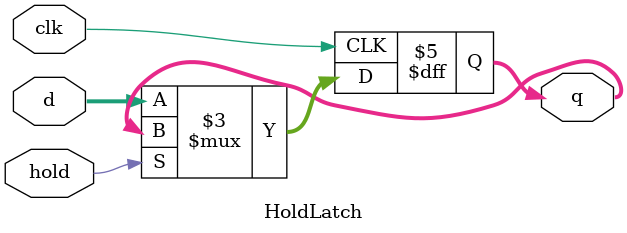
<source format=sv>
module HoldLatch #(parameter W=4) (
    input clk, hold,
    input [W-1:0] d,
    output reg [W-1:0] q
);
always @(posedge clk)
    if(!hold) q <= d;
endmodule
</source>
